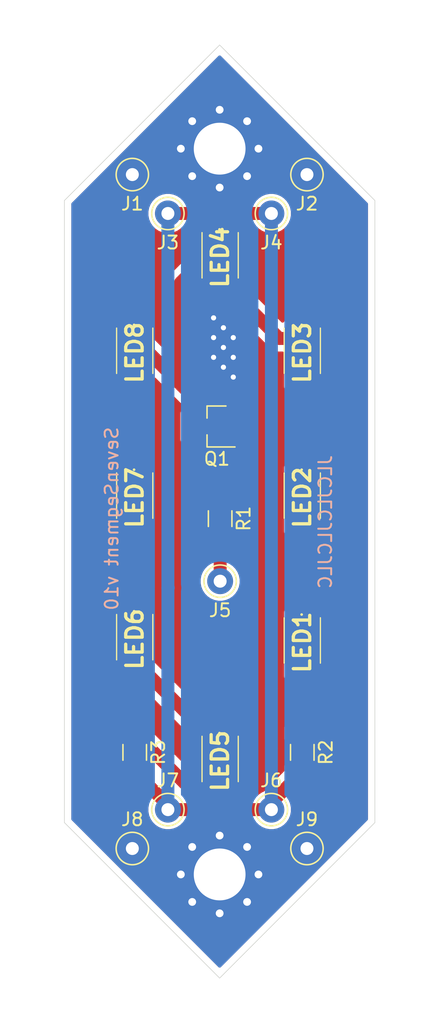
<source format=kicad_pcb>
(kicad_pcb (version 20171130) (host pcbnew "(5.1.6)-1")

  (general
    (thickness 1.6)
    (drawings 8)
    (tracks 43)
    (zones 0)
    (modules 23)
    (nets 14)
  )

  (page A4)
  (layers
    (0 F.Cu signal)
    (31 B.Cu signal)
    (32 B.Adhes user)
    (33 F.Adhes user)
    (34 B.Paste user)
    (35 F.Paste user)
    (36 B.SilkS user)
    (37 F.SilkS user)
    (38 B.Mask user)
    (39 F.Mask user)
    (40 Dwgs.User user)
    (41 Cmts.User user)
    (42 Eco1.User user)
    (43 Eco2.User user)
    (44 Edge.Cuts user)
    (45 Margin user)
    (46 B.CrtYd user)
    (47 F.CrtYd user)
    (48 B.Fab user hide)
    (49 F.Fab user hide)
  )

  (setup
    (last_trace_width 1)
    (user_trace_width 0.5)
    (user_trace_width 1)
    (trace_clearance 0.2)
    (zone_clearance 0.508)
    (zone_45_only no)
    (trace_min 0.2)
    (via_size 0.8)
    (via_drill 0.4)
    (via_min_size 0.4)
    (via_min_drill 0.3)
    (user_via 2 1.5)
    (uvia_size 0.3)
    (uvia_drill 0.1)
    (uvias_allowed no)
    (uvia_min_size 0.2)
    (uvia_min_drill 0.1)
    (edge_width 0.05)
    (segment_width 0.2)
    (pcb_text_width 0.3)
    (pcb_text_size 1.5 1.5)
    (mod_edge_width 0.12)
    (mod_text_size 1 1)
    (mod_text_width 0.15)
    (pad_size 8 8)
    (pad_drill 4)
    (pad_to_mask_clearance 0.05)
    (aux_axis_origin 0 0)
    (visible_elements 7FF9FFFF)
    (pcbplotparams
      (layerselection 0x010f0_ffffffff)
      (usegerberextensions true)
      (usegerberattributes true)
      (usegerberadvancedattributes true)
      (creategerberjobfile true)
      (excludeedgelayer true)
      (linewidth 0.100000)
      (plotframeref false)
      (viasonmask false)
      (mode 1)
      (useauxorigin false)
      (hpglpennumber 1)
      (hpglpenspeed 20)
      (hpglpendiameter 15.000000)
      (psnegative false)
      (psa4output false)
      (plotreference false)
      (plotvalue false)
      (plotinvisibletext false)
      (padsonsilk false)
      (subtractmaskfromsilk false)
      (outputformat 1)
      (mirror false)
      (drillshape 0)
      (scaleselection 1)
      (outputdirectory "gerber/"))
  )

  (net 0 "")
  (net 1 /GND)
  (net 2 /PWR)
  (net 3 /CTRL)
  (net 4 /LOAD)
  (net 5 "Net-(Q1-Pad1)")
  (net 6 "Net-(LED1-Pad2)")
  (net 7 "Net-(LED1-Pad1)")
  (net 8 "Net-(LED2-Pad1)")
  (net 9 "Net-(LED5-Pad1)")
  (net 10 "Net-(LED3-Pad1)")
  (net 11 "Net-(LED5-Pad2)")
  (net 12 "Net-(LED6-Pad1)")
  (net 13 "Net-(LED7-Pad1)")

  (net_class Default "This is the default net class."
    (clearance 0.2)
    (trace_width 0.25)
    (via_dia 0.8)
    (via_drill 0.4)
    (uvia_dia 0.3)
    (uvia_drill 0.1)
    (add_net /CTRL)
    (add_net /GND)
    (add_net /LOAD)
    (add_net /PWR)
    (add_net "Net-(LED1-Pad1)")
    (add_net "Net-(LED1-Pad2)")
    (add_net "Net-(LED2-Pad1)")
    (add_net "Net-(LED3-Pad1)")
    (add_net "Net-(LED5-Pad1)")
    (add_net "Net-(LED5-Pad2)")
    (add_net "Net-(LED6-Pad1)")
    (add_net "Net-(LED7-Pad1)")
    (add_net "Net-(Q1-Pad1)")
  )

  (module SevenSegment:JK2835AWT000000000B0HL430E (layer F.Cu) (tedit 5F6F5C15) (tstamp 5F73F442)
    (at 43.434 64.77 270)
    (descr "J Series™ 2835 LED")
    (tags LED)
    (path /5F73FF6E)
    (attr smd)
    (fp_text reference LED7 (at 0.15 0 90) (layer F.SilkS)
      (effects (font (size 1.27 1.27) (thickness 0.254)))
    )
    (fp_text value JE2835AWT-00-0000-000A0HG940E (at 0.15 0 90) (layer F.SilkS) hide
      (effects (font (size 1.27 1.27) (thickness 0.254)))
    )
    (fp_line (start -2 0.1) (end -2 0.1) (layer F.SilkS) (width 0.1))
    (fp_line (start -2 0) (end -2 0) (layer F.SilkS) (width 0.1))
    (fp_line (start -1.75 1.4) (end 1.75 1.4) (layer F.SilkS) (width 0.1))
    (fp_line (start -1.75 -1.4) (end 1.75 -1.4) (layer F.SilkS) (width 0.1))
    (fp_line (start -2.25 1.9) (end -2.25 -1.9) (layer F.CrtYd) (width 0.1))
    (fp_line (start 2.55 1.9) (end -2.25 1.9) (layer F.CrtYd) (width 0.1))
    (fp_line (start 2.55 -1.9) (end 2.55 1.9) (layer F.CrtYd) (width 0.1))
    (fp_line (start -2.25 -1.9) (end 2.55 -1.9) (layer F.CrtYd) (width 0.1))
    (fp_line (start -1.75 1.4) (end -1.75 -1.4) (layer F.Fab) (width 0.2))
    (fp_line (start 1.75 1.4) (end -1.75 1.4) (layer F.Fab) (width 0.2))
    (fp_line (start 1.75 -1.4) (end 1.75 1.4) (layer F.Fab) (width 0.2))
    (fp_line (start -1.75 -1.4) (end 1.75 -1.4) (layer F.Fab) (width 0.2))
    (fp_arc (start -2 0.05) (end -2 0.1) (angle 180) (layer F.SilkS) (width 0.1))
    (fp_arc (start -2 0.05) (end -2 0) (angle 180) (layer F.SilkS) (width 0.1))
    (fp_text user %R (at 0.15 0 90) (layer F.Fab)
      (effects (font (size 1.27 1.27) (thickness 0.254)))
    )
    (pad 2 smd rect (at 1.85 0 270) (size 1.8 1.8) (layers F.Cu F.Paste F.Mask)
      (net 12 "Net-(LED6-Pad1)"))
    (pad 1 smd rect (at -0.95 0) (size 1.8 2.4) (layers F.Cu F.Paste F.Mask)
      (net 13 "Net-(LED7-Pad1)"))
  )

  (module SevenSegment:SOT-23_HandSoldering (layer F.Cu) (tedit 5F3F1CEC) (tstamp 5F73FA9E)
    (at 49.784 59.436 180)
    (descr "SOT-23, Standard")
    (tags SOT-23)
    (path /5F6FAF34)
    (attr smd)
    (fp_text reference Q1 (at 0 -2.5) (layer F.SilkS)
      (effects (font (size 1 1) (thickness 0.15)))
    )
    (fp_text value PMBT2222A,215 (at 0 2.5) (layer F.Fab)
      (effects (font (size 1 1) (thickness 0.15)))
    )
    (fp_line (start 0.76 1.58) (end -0.7 1.58) (layer F.SilkS) (width 0.12))
    (fp_line (start 0.76 -1.58) (end -1.4 -1.58) (layer F.SilkS) (width 0.12))
    (fp_line (start -1.7 1.75) (end -1.7 -1.75) (layer F.CrtYd) (width 0.05))
    (fp_line (start 1.7 1.75) (end -1.7 1.75) (layer F.CrtYd) (width 0.05))
    (fp_line (start 1.7 -1.75) (end 1.7 1.75) (layer F.CrtYd) (width 0.05))
    (fp_line (start -1.7 -1.75) (end 1.7 -1.75) (layer F.CrtYd) (width 0.05))
    (fp_line (start 0.76 -1.58) (end 0.76 -0.65) (layer F.SilkS) (width 0.12))
    (fp_line (start 0.76 1.58) (end 0.76 0.65) (layer F.SilkS) (width 0.12))
    (fp_line (start -0.7 1.52) (end 0.7 1.52) (layer F.Fab) (width 0.1))
    (fp_line (start 0.7 -1.52) (end 0.7 1.52) (layer F.Fab) (width 0.1))
    (fp_line (start -0.7 -0.95) (end -0.15 -1.52) (layer F.Fab) (width 0.1))
    (fp_line (start -0.15 -1.52) (end 0.7 -1.52) (layer F.Fab) (width 0.1))
    (fp_line (start -0.7 -0.95) (end -0.7 1.5) (layer F.Fab) (width 0.1))
    (fp_text user %R (at 0 0 90) (layer F.Fab)
      (effects (font (size 0.5 0.5) (thickness 0.075)))
    )
    (pad 1 smd rect (at -1.45 -1.2 180) (size 2 2) (layers F.Cu F.Paste F.Mask)
      (net 5 "Net-(Q1-Pad1)"))
    (pad 2 smd rect (at -1.45 1.35 180) (size 2 2) (layers F.Cu F.Paste F.Mask)
      (net 1 /GND))
    (pad 3 smd rect (at 1.3 0 180) (size 2 2) (layers F.Cu F.Paste F.Mask)
      (net 4 /LOAD))
    (model ${KISYS3DMOD}/Package_TO_SOT_SMD.3dshapes/SOT-23.wrl
      (at (xyz 0 0 0))
      (scale (xyz 1 1 1))
      (rotate (xyz 0 0 0))
    )
  )

  (module SevenSegment:JK2835AWT000000000B0HL430E (layer F.Cu) (tedit 5F6F5C15) (tstamp 5F73FA11)
    (at 56.388 53.594 270)
    (descr "J Series™ 2835 LED")
    (tags LED)
    (path /5F6FC82A)
    (attr smd)
    (fp_text reference LED3 (at 0.15 0 90) (layer F.SilkS)
      (effects (font (size 1.27 1.27) (thickness 0.254)))
    )
    (fp_text value JE2835AWT-00-0000-000A0HG940E (at 0.15 0 90) (layer F.SilkS) hide
      (effects (font (size 1.27 1.27) (thickness 0.254)))
    )
    (fp_line (start -2 0.1) (end -2 0.1) (layer F.SilkS) (width 0.1))
    (fp_line (start -2 0) (end -2 0) (layer F.SilkS) (width 0.1))
    (fp_line (start -1.75 1.4) (end 1.75 1.4) (layer F.SilkS) (width 0.1))
    (fp_line (start -1.75 -1.4) (end 1.75 -1.4) (layer F.SilkS) (width 0.1))
    (fp_line (start -2.25 1.9) (end -2.25 -1.9) (layer F.CrtYd) (width 0.1))
    (fp_line (start 2.55 1.9) (end -2.25 1.9) (layer F.CrtYd) (width 0.1))
    (fp_line (start 2.55 -1.9) (end 2.55 1.9) (layer F.CrtYd) (width 0.1))
    (fp_line (start -2.25 -1.9) (end 2.55 -1.9) (layer F.CrtYd) (width 0.1))
    (fp_line (start -1.75 1.4) (end -1.75 -1.4) (layer F.Fab) (width 0.2))
    (fp_line (start 1.75 1.4) (end -1.75 1.4) (layer F.Fab) (width 0.2))
    (fp_line (start 1.75 -1.4) (end 1.75 1.4) (layer F.Fab) (width 0.2))
    (fp_line (start -1.75 -1.4) (end 1.75 -1.4) (layer F.Fab) (width 0.2))
    (fp_arc (start -2 0.05) (end -2 0.1) (angle 180) (layer F.SilkS) (width 0.1))
    (fp_arc (start -2 0.05) (end -2 0) (angle 180) (layer F.SilkS) (width 0.1))
    (fp_text user %R (at 0.15 0 90) (layer F.Fab)
      (effects (font (size 1.27 1.27) (thickness 0.254)))
    )
    (pad 2 smd rect (at 1.85 0 270) (size 1.8 1.8) (layers F.Cu F.Paste F.Mask)
      (net 8 "Net-(LED2-Pad1)"))
    (pad 1 smd rect (at -0.95 0) (size 1.8 2.4) (layers F.Cu F.Paste F.Mask)
      (net 10 "Net-(LED3-Pad1)"))
  )

  (module SevenSegment:JK2835AWT000000000B0HL430E (layer F.Cu) (tedit 5F6F5C15) (tstamp 5F73F9FC)
    (at 56.388 64.77 270)
    (descr "J Series™ 2835 LED")
    (tags LED)
    (path /5F6FBF6D)
    (attr smd)
    (fp_text reference LED2 (at 0.15 0 90) (layer F.SilkS)
      (effects (font (size 1.27 1.27) (thickness 0.254)))
    )
    (fp_text value JE2835AWT-00-0000-000A0HG940E (at 0.15 0 90) (layer F.SilkS) hide
      (effects (font (size 1.27 1.27) (thickness 0.254)))
    )
    (fp_line (start -2 0.1) (end -2 0.1) (layer F.SilkS) (width 0.1))
    (fp_line (start -2 0) (end -2 0) (layer F.SilkS) (width 0.1))
    (fp_line (start -1.75 1.4) (end 1.75 1.4) (layer F.SilkS) (width 0.1))
    (fp_line (start -1.75 -1.4) (end 1.75 -1.4) (layer F.SilkS) (width 0.1))
    (fp_line (start -2.25 1.9) (end -2.25 -1.9) (layer F.CrtYd) (width 0.1))
    (fp_line (start 2.55 1.9) (end -2.25 1.9) (layer F.CrtYd) (width 0.1))
    (fp_line (start 2.55 -1.9) (end 2.55 1.9) (layer F.CrtYd) (width 0.1))
    (fp_line (start -2.25 -1.9) (end 2.55 -1.9) (layer F.CrtYd) (width 0.1))
    (fp_line (start -1.75 1.4) (end -1.75 -1.4) (layer F.Fab) (width 0.2))
    (fp_line (start 1.75 1.4) (end -1.75 1.4) (layer F.Fab) (width 0.2))
    (fp_line (start 1.75 -1.4) (end 1.75 1.4) (layer F.Fab) (width 0.2))
    (fp_line (start -1.75 -1.4) (end 1.75 -1.4) (layer F.Fab) (width 0.2))
    (fp_arc (start -2 0.05) (end -2 0.1) (angle 180) (layer F.SilkS) (width 0.1))
    (fp_arc (start -2 0.05) (end -2 0) (angle 180) (layer F.SilkS) (width 0.1))
    (fp_text user %R (at 0.15 0 90) (layer F.Fab)
      (effects (font (size 1.27 1.27) (thickness 0.254)))
    )
    (pad 2 smd rect (at 1.85 0 270) (size 1.8 1.8) (layers F.Cu F.Paste F.Mask)
      (net 7 "Net-(LED1-Pad1)"))
    (pad 1 smd rect (at -0.95 0) (size 1.8 2.4) (layers F.Cu F.Paste F.Mask)
      (net 8 "Net-(LED2-Pad1)"))
  )

  (module SevenSegment:JK2835AWT000000000B0HL430E (layer F.Cu) (tedit 5F6F5C15) (tstamp 5F73F9E7)
    (at 56.388 75.946 270)
    (descr "J Series™ 2835 LED")
    (tags LED)
    (path /5F6FABE4)
    (attr smd)
    (fp_text reference LED1 (at 0.15 0 90) (layer F.SilkS)
      (effects (font (size 1.27 1.27) (thickness 0.254)))
    )
    (fp_text value JE2835AWT-00-0000-000A0HG940E (at 0.15 0 90) (layer F.SilkS) hide
      (effects (font (size 1.27 1.27) (thickness 0.254)))
    )
    (fp_line (start -2 0.1) (end -2 0.1) (layer F.SilkS) (width 0.1))
    (fp_line (start -2 0) (end -2 0) (layer F.SilkS) (width 0.1))
    (fp_line (start -1.75 1.4) (end 1.75 1.4) (layer F.SilkS) (width 0.1))
    (fp_line (start -1.75 -1.4) (end 1.75 -1.4) (layer F.SilkS) (width 0.1))
    (fp_line (start -2.25 1.9) (end -2.25 -1.9) (layer F.CrtYd) (width 0.1))
    (fp_line (start 2.55 1.9) (end -2.25 1.9) (layer F.CrtYd) (width 0.1))
    (fp_line (start 2.55 -1.9) (end 2.55 1.9) (layer F.CrtYd) (width 0.1))
    (fp_line (start -2.25 -1.9) (end 2.55 -1.9) (layer F.CrtYd) (width 0.1))
    (fp_line (start -1.75 1.4) (end -1.75 -1.4) (layer F.Fab) (width 0.2))
    (fp_line (start 1.75 1.4) (end -1.75 1.4) (layer F.Fab) (width 0.2))
    (fp_line (start 1.75 -1.4) (end 1.75 1.4) (layer F.Fab) (width 0.2))
    (fp_line (start -1.75 -1.4) (end 1.75 -1.4) (layer F.Fab) (width 0.2))
    (fp_arc (start -2 0.05) (end -2 0.1) (angle 180) (layer F.SilkS) (width 0.1))
    (fp_arc (start -2 0.05) (end -2 0) (angle 180) (layer F.SilkS) (width 0.1))
    (fp_text user %R (at 0.15 0 90) (layer F.Fab)
      (effects (font (size 1.27 1.27) (thickness 0.254)))
    )
    (pad 2 smd rect (at 1.85 0 270) (size 1.8 1.8) (layers F.Cu F.Paste F.Mask)
      (net 6 "Net-(LED1-Pad2)"))
    (pad 1 smd rect (at -0.95 0) (size 1.8 2.4) (layers F.Cu F.Paste F.Mask)
      (net 7 "Net-(LED1-Pad1)"))
  )

  (module Connector_Pin:Pin_D1.0mm_L10.0mm (layer F.Cu) (tedit 5A1DC084) (tstamp 5F73F98A)
    (at 50.038 71.374)
    (descr "solder Pin_ diameter 1.0mm, hole diameter 1.0mm (press fit), length 10.0mm")
    (tags "solder Pin_ press fit")
    (path /5F46B932)
    (fp_text reference J5 (at 0 2.25) (layer F.SilkS)
      (effects (font (size 1 1) (thickness 0.15)))
    )
    (fp_text value Conn_01x01 (at 0 -2.05) (layer F.Fab)
      (effects (font (size 1 1) (thickness 0.15)))
    )
    (fp_circle (center 0 0) (end 1.25 0.05) (layer F.SilkS) (width 0.12))
    (fp_circle (center 0 0) (end 1 0) (layer F.Fab) (width 0.12))
    (fp_circle (center 0 0) (end 0.5 0) (layer F.Fab) (width 0.12))
    (fp_circle (center 0 0) (end 1.5 0) (layer F.CrtYd) (width 0.05))
    (fp_text user %R (at 0 2.25) (layer F.Fab)
      (effects (font (size 1 1) (thickness 0.15)))
    )
    (pad 1 thru_hole circle (at 0 0) (size 2 2) (drill 1) (layers *.Cu *.Mask)
      (net 3 /CTRL))
    (model ${KISYS3DMOD}/Connector_Pin.3dshapes/Pin_D1.0mm_L10.0mm.wrl
      (at (xyz 0 0 0))
      (scale (xyz 1 1 1))
      (rotate (xyz 0 0 0))
    )
  )

  (module SevenSegment:JK2835AWT000000000B0HL430E (layer F.Cu) (tedit 5F6F5C15) (tstamp 5F73F42D)
    (at 43.434 75.692 270)
    (descr "J Series™ 2835 LED")
    (tags LED)
    (path /5F73FB19)
    (attr smd)
    (fp_text reference LED6 (at 0.15 0 90) (layer F.SilkS)
      (effects (font (size 1.27 1.27) (thickness 0.254)))
    )
    (fp_text value JE2835AWT-00-0000-000A0HG940E (at 0.15 0 90) (layer F.SilkS) hide
      (effects (font (size 1.27 1.27) (thickness 0.254)))
    )
    (fp_line (start -2 0.1) (end -2 0.1) (layer F.SilkS) (width 0.1))
    (fp_line (start -2 0) (end -2 0) (layer F.SilkS) (width 0.1))
    (fp_line (start -1.75 1.4) (end 1.75 1.4) (layer F.SilkS) (width 0.1))
    (fp_line (start -1.75 -1.4) (end 1.75 -1.4) (layer F.SilkS) (width 0.1))
    (fp_line (start -2.25 1.9) (end -2.25 -1.9) (layer F.CrtYd) (width 0.1))
    (fp_line (start 2.55 1.9) (end -2.25 1.9) (layer F.CrtYd) (width 0.1))
    (fp_line (start 2.55 -1.9) (end 2.55 1.9) (layer F.CrtYd) (width 0.1))
    (fp_line (start -2.25 -1.9) (end 2.55 -1.9) (layer F.CrtYd) (width 0.1))
    (fp_line (start -1.75 1.4) (end -1.75 -1.4) (layer F.Fab) (width 0.2))
    (fp_line (start 1.75 1.4) (end -1.75 1.4) (layer F.Fab) (width 0.2))
    (fp_line (start 1.75 -1.4) (end 1.75 1.4) (layer F.Fab) (width 0.2))
    (fp_line (start -1.75 -1.4) (end 1.75 -1.4) (layer F.Fab) (width 0.2))
    (fp_arc (start -2 0.05) (end -2 0.1) (angle 180) (layer F.SilkS) (width 0.1))
    (fp_arc (start -2 0.05) (end -2 0) (angle 180) (layer F.SilkS) (width 0.1))
    (fp_text user %R (at 0.15 0 90) (layer F.Fab)
      (effects (font (size 1.27 1.27) (thickness 0.254)))
    )
    (pad 2 smd rect (at 1.85 0 270) (size 1.8 1.8) (layers F.Cu F.Paste F.Mask)
      (net 9 "Net-(LED5-Pad1)"))
    (pad 1 smd rect (at -0.95 0) (size 1.8 2.4) (layers F.Cu F.Paste F.Mask)
      (net 12 "Net-(LED6-Pad1)"))
  )

  (module SevenSegment:JK2835AWT000000000B0HL430E (layer F.Cu) (tedit 5F6F5C15) (tstamp 5F73F418)
    (at 50.038 85.09 270)
    (descr "J Series™ 2835 LED")
    (tags LED)
    (path /5F73F530)
    (attr smd)
    (fp_text reference LED5 (at 0.15 0 90) (layer F.SilkS)
      (effects (font (size 1.27 1.27) (thickness 0.254)))
    )
    (fp_text value JE2835AWT-00-0000-000A0HG940E (at 0.15 0 90) (layer F.SilkS) hide
      (effects (font (size 1.27 1.27) (thickness 0.254)))
    )
    (fp_line (start -2 0.1) (end -2 0.1) (layer F.SilkS) (width 0.1))
    (fp_line (start -2 0) (end -2 0) (layer F.SilkS) (width 0.1))
    (fp_line (start -1.75 1.4) (end 1.75 1.4) (layer F.SilkS) (width 0.1))
    (fp_line (start -1.75 -1.4) (end 1.75 -1.4) (layer F.SilkS) (width 0.1))
    (fp_line (start -2.25 1.9) (end -2.25 -1.9) (layer F.CrtYd) (width 0.1))
    (fp_line (start 2.55 1.9) (end -2.25 1.9) (layer F.CrtYd) (width 0.1))
    (fp_line (start 2.55 -1.9) (end 2.55 1.9) (layer F.CrtYd) (width 0.1))
    (fp_line (start -2.25 -1.9) (end 2.55 -1.9) (layer F.CrtYd) (width 0.1))
    (fp_line (start -1.75 1.4) (end -1.75 -1.4) (layer F.Fab) (width 0.2))
    (fp_line (start 1.75 1.4) (end -1.75 1.4) (layer F.Fab) (width 0.2))
    (fp_line (start 1.75 -1.4) (end 1.75 1.4) (layer F.Fab) (width 0.2))
    (fp_line (start -1.75 -1.4) (end 1.75 -1.4) (layer F.Fab) (width 0.2))
    (fp_arc (start -2 0.05) (end -2 0.1) (angle 180) (layer F.SilkS) (width 0.1))
    (fp_arc (start -2 0.05) (end -2 0) (angle 180) (layer F.SilkS) (width 0.1))
    (fp_text user %R (at 0.15 0 90) (layer F.Fab)
      (effects (font (size 1.27 1.27) (thickness 0.254)))
    )
    (pad 2 smd rect (at 1.85 0 270) (size 1.8 1.8) (layers F.Cu F.Paste F.Mask)
      (net 11 "Net-(LED5-Pad2)"))
    (pad 1 smd rect (at -0.95 0) (size 1.8 2.4) (layers F.Cu F.Paste F.Mask)
      (net 9 "Net-(LED5-Pad1)"))
  )

  (module MountingHole:MountingHole_4mm_Pad_Via (layer F.Cu) (tedit 56DDC1BA) (tstamp 5F150265)
    (at 50 38)
    (descr "Mounting Hole 4mm")
    (tags "mounting hole 4mm")
    (path /5F167AB1)
    (attr virtual)
    (fp_text reference H1 (at 0 -5) (layer F.Fab)
      (effects (font (size 1 1) (thickness 0.15)))
    )
    (fp_text value MountingHole_Pad (at 0 5) (layer F.Fab)
      (effects (font (size 1 1) (thickness 0.15)))
    )
    (fp_circle (center 0 0) (end 4 0) (layer Cmts.User) (width 0.15))
    (fp_circle (center 0 0) (end 4.25 0) (layer F.CrtYd) (width 0.05))
    (fp_text user %R (at 0.3 0) (layer F.Fab)
      (effects (font (size 1 1) (thickness 0.15)))
    )
    (pad 1 thru_hole circle (at 0 0) (size 8 8) (drill 4) (layers *.Cu *.Mask)
      (net 1 /GND))
    (pad 1 thru_hole circle (at 3 0) (size 0.9 0.9) (drill 0.6) (layers *.Cu *.Mask)
      (net 1 /GND))
    (pad 1 thru_hole circle (at 2.12132 2.12132) (size 0.9 0.9) (drill 0.6) (layers *.Cu *.Mask)
      (net 1 /GND))
    (pad 1 thru_hole circle (at 0 3) (size 0.9 0.9) (drill 0.6) (layers *.Cu *.Mask)
      (net 1 /GND))
    (pad 1 thru_hole circle (at -2.12132 2.12132) (size 0.9 0.9) (drill 0.6) (layers *.Cu *.Mask)
      (net 1 /GND))
    (pad 1 thru_hole circle (at -3 0) (size 0.9 0.9) (drill 0.6) (layers *.Cu *.Mask)
      (net 1 /GND))
    (pad 1 thru_hole circle (at -2.12132 -2.12132) (size 0.9 0.9) (drill 0.6) (layers *.Cu *.Mask)
      (net 1 /GND))
    (pad 1 thru_hole circle (at 0 -3) (size 0.9 0.9) (drill 0.6) (layers *.Cu *.Mask)
      (net 1 /GND))
    (pad 1 thru_hole circle (at 2.12132 -2.12132) (size 0.9 0.9) (drill 0.6) (layers *.Cu *.Mask)
      (net 1 /GND))
  )

  (module MountingHole:MountingHole_4mm_Pad_Via (layer F.Cu) (tedit 5F150FD1) (tstamp 5F150275)
    (at 50 94)
    (descr "Mounting Hole 4mm")
    (tags "mounting hole 4mm")
    (path /5F166EA2)
    (attr virtual)
    (fp_text reference H2 (at 0 -5) (layer F.Fab) hide
      (effects (font (size 1 1) (thickness 0.15)))
    )
    (fp_text value MountingHole_Pad (at 0 5) (layer F.Fab)
      (effects (font (size 1 1) (thickness 0.15)))
    )
    (fp_circle (center 0 0) (end 4.25 0) (layer F.CrtYd) (width 0.05))
    (fp_circle (center 0 0) (end 4 0) (layer Cmts.User) (width 0.15))
    (fp_text user %R (at 0.3 0) (layer F.Fab)
      (effects (font (size 1 1) (thickness 0.15)))
    )
    (pad 1 thru_hole circle (at 2.12132 -2.12132) (size 0.9 0.9) (drill 0.6) (layers *.Cu *.Mask)
      (net 1 /GND))
    (pad 1 thru_hole circle (at 0 -3) (size 0.9 0.9) (drill 0.6) (layers *.Cu *.Mask)
      (net 1 /GND))
    (pad 1 thru_hole circle (at -2.12132 -2.12132) (size 0.9 0.9) (drill 0.6) (layers *.Cu *.Mask)
      (net 1 /GND))
    (pad 1 thru_hole circle (at -3 0) (size 0.9 0.9) (drill 0.6) (layers *.Cu *.Mask)
      (net 1 /GND))
    (pad 1 thru_hole circle (at -2.12132 2.12132) (size 0.9 0.9) (drill 0.6) (layers *.Cu *.Mask)
      (net 1 /GND))
    (pad 1 thru_hole circle (at 0 3) (size 0.9 0.9) (drill 0.6) (layers *.Cu *.Mask)
      (net 1 /GND))
    (pad 1 thru_hole circle (at 2.12132 2.12132) (size 0.9 0.9) (drill 0.6) (layers *.Cu *.Mask)
      (net 1 /GND))
    (pad 1 thru_hole circle (at 3 0) (size 0.9 0.9) (drill 0.6) (layers *.Cu *.Mask)
      (net 1 /GND))
    (pad 1 thru_hole circle (at 0 0) (size 8 8) (drill 4) (layers *.Cu *.Mask)
      (net 1 /GND))
  )

  (module Connector_Pin:Pin_D1.0mm_L10.0mm (layer F.Cu) (tedit 5A1DC084) (tstamp 5F45D2FD)
    (at 43.25 40)
    (descr "solder Pin_ diameter 1.0mm, hole diameter 1.0mm (press fit), length 10.0mm")
    (tags "solder Pin_ press fit")
    (path /5F457886)
    (fp_text reference J1 (at 0 2.25) (layer F.SilkS)
      (effects (font (size 1 1) (thickness 0.15)))
    )
    (fp_text value Conn_01x01 (at 0 -2.05) (layer F.Fab)
      (effects (font (size 1 1) (thickness 0.15)))
    )
    (fp_circle (center 0 0) (end 1.25 0.05) (layer F.SilkS) (width 0.12))
    (fp_circle (center 0 0) (end 1 0) (layer F.Fab) (width 0.12))
    (fp_circle (center 0 0) (end 0.5 0) (layer F.Fab) (width 0.12))
    (fp_circle (center 0 0) (end 1.5 0) (layer F.CrtYd) (width 0.05))
    (fp_text user %R (at 0 2.25) (layer F.Fab)
      (effects (font (size 1 1) (thickness 0.15)))
    )
    (pad 1 thru_hole circle (at 0 0) (size 2 2) (drill 1) (layers *.Cu *.Mask)
      (net 1 /GND))
    (model ${KISYS3DMOD}/Connector_Pin.3dshapes/Pin_D1.0mm_L10.0mm.wrl
      (at (xyz 0 0 0))
      (scale (xyz 1 1 1))
      (rotate (xyz 0 0 0))
    )
  )

  (module Connector_Pin:Pin_D1.0mm_L10.0mm (layer F.Cu) (tedit 5A1DC084) (tstamp 5F45D5A4)
    (at 56.75 40)
    (descr "solder Pin_ diameter 1.0mm, hole diameter 1.0mm (press fit), length 10.0mm")
    (tags "solder Pin_ press fit")
    (path /5F45A2FA)
    (fp_text reference J2 (at 0 2.25) (layer F.SilkS)
      (effects (font (size 1 1) (thickness 0.15)))
    )
    (fp_text value Conn_01x01 (at 0 -2.05) (layer F.Fab)
      (effects (font (size 1 1) (thickness 0.15)))
    )
    (fp_circle (center 0 0) (end 1.5 0) (layer F.CrtYd) (width 0.05))
    (fp_circle (center 0 0) (end 0.5 0) (layer F.Fab) (width 0.12))
    (fp_circle (center 0 0) (end 1 0) (layer F.Fab) (width 0.12))
    (fp_circle (center 0 0) (end 1.25 0.05) (layer F.SilkS) (width 0.12))
    (fp_text user %R (at 0 2.25) (layer F.Fab)
      (effects (font (size 1 1) (thickness 0.15)))
    )
    (pad 1 thru_hole circle (at 0 0) (size 2 2) (drill 1) (layers *.Cu *.Mask)
      (net 1 /GND))
    (model ${KISYS3DMOD}/Connector_Pin.3dshapes/Pin_D1.0mm_L10.0mm.wrl
      (at (xyz 0 0 0))
      (scale (xyz 1 1 1))
      (rotate (xyz 0 0 0))
    )
  )

  (module Connector_Pin:Pin_D1.0mm_L10.0mm (layer F.Cu) (tedit 5A1DC084) (tstamp 5F45D30F)
    (at 46 43)
    (descr "solder Pin_ diameter 1.0mm, hole diameter 1.0mm (press fit), length 10.0mm")
    (tags "solder Pin_ press fit")
    (path /5F458C14)
    (fp_text reference J3 (at 0 2.25) (layer F.SilkS)
      (effects (font (size 1 1) (thickness 0.15)))
    )
    (fp_text value Conn_01x01 (at 0 -2.05) (layer F.Fab)
      (effects (font (size 1 1) (thickness 0.15)))
    )
    (fp_circle (center 0 0) (end 1.5 0) (layer F.CrtYd) (width 0.05))
    (fp_circle (center 0 0) (end 0.5 0) (layer F.Fab) (width 0.12))
    (fp_circle (center 0 0) (end 1 0) (layer F.Fab) (width 0.12))
    (fp_circle (center 0 0) (end 1.25 0.05) (layer F.SilkS) (width 0.12))
    (fp_text user %R (at 0 2.25) (layer F.Fab)
      (effects (font (size 1 1) (thickness 0.15)))
    )
    (pad 1 thru_hole circle (at 0 0) (size 2 2) (drill 1) (layers *.Cu *.Mask)
      (net 2 /PWR))
    (model ${KISYS3DMOD}/Connector_Pin.3dshapes/Pin_D1.0mm_L10.0mm.wrl
      (at (xyz 0 0 0))
      (scale (xyz 1 1 1))
      (rotate (xyz 0 0 0))
    )
  )

  (module Connector_Pin:Pin_D1.0mm_L10.0mm (layer F.Cu) (tedit 5A1DC084) (tstamp 5F45D318)
    (at 54 43)
    (descr "solder Pin_ diameter 1.0mm, hole diameter 1.0mm (press fit), length 10.0mm")
    (tags "solder Pin_ press fit")
    (path /5F45A065)
    (fp_text reference J4 (at 0 2.25) (layer F.SilkS)
      (effects (font (size 1 1) (thickness 0.15)))
    )
    (fp_text value Conn_01x01 (at 0 -2.05) (layer F.Fab)
      (effects (font (size 1 1) (thickness 0.15)))
    )
    (fp_circle (center 0 0) (end 1.25 0.05) (layer F.SilkS) (width 0.12))
    (fp_circle (center 0 0) (end 1 0) (layer F.Fab) (width 0.12))
    (fp_circle (center 0 0) (end 0.5 0) (layer F.Fab) (width 0.12))
    (fp_circle (center 0 0) (end 1.5 0) (layer F.CrtYd) (width 0.05))
    (fp_text user %R (at 0 2.25) (layer F.Fab)
      (effects (font (size 1 1) (thickness 0.15)))
    )
    (pad 1 thru_hole circle (at 0 0) (size 2 2) (drill 1) (layers *.Cu *.Mask)
      (net 2 /PWR))
    (model ${KISYS3DMOD}/Connector_Pin.3dshapes/Pin_D1.0mm_L10.0mm.wrl
      (at (xyz 0 0 0))
      (scale (xyz 1 1 1))
      (rotate (xyz 0 0 0))
    )
  )

  (module Connector_Pin:Pin_D1.0mm_L10.0mm (layer F.Cu) (tedit 5A1DC084) (tstamp 5F45D32A)
    (at 54 89 180)
    (descr "solder Pin_ diameter 1.0mm, hole diameter 1.0mm (press fit), length 10.0mm")
    (tags "solder Pin_ press fit")
    (path /5F45DAF8)
    (fp_text reference J6 (at 0 2.25) (layer F.SilkS)
      (effects (font (size 1 1) (thickness 0.15)))
    )
    (fp_text value Conn_01x01 (at 0 -2.05) (layer F.Fab)
      (effects (font (size 1 1) (thickness 0.15)))
    )
    (fp_circle (center 0 0) (end 1.25 0.05) (layer F.SilkS) (width 0.12))
    (fp_circle (center 0 0) (end 1 0) (layer F.Fab) (width 0.12))
    (fp_circle (center 0 0) (end 0.5 0) (layer F.Fab) (width 0.12))
    (fp_circle (center 0 0) (end 1.5 0) (layer F.CrtYd) (width 0.05))
    (fp_text user %R (at 0 2.25) (layer F.Fab)
      (effects (font (size 1 1) (thickness 0.15)))
    )
    (pad 1 thru_hole circle (at 0 0 180) (size 2 2) (drill 1) (layers *.Cu *.Mask)
      (net 2 /PWR))
    (model ${KISYS3DMOD}/Connector_Pin.3dshapes/Pin_D1.0mm_L10.0mm.wrl
      (at (xyz 0 0 0))
      (scale (xyz 1 1 1))
      (rotate (xyz 0 0 0))
    )
  )

  (module Connector_Pin:Pin_D1.0mm_L10.0mm (layer F.Cu) (tedit 5A1DC084) (tstamp 5F45D333)
    (at 46 89 180)
    (descr "solder Pin_ diameter 1.0mm, hole diameter 1.0mm (press fit), length 10.0mm")
    (tags "solder Pin_ press fit")
    (path /5F45DCD2)
    (fp_text reference J7 (at 0 2.25) (layer F.SilkS)
      (effects (font (size 1 1) (thickness 0.15)))
    )
    (fp_text value Conn_01x01 (at 0 -2.05) (layer F.Fab)
      (effects (font (size 1 1) (thickness 0.15)))
    )
    (fp_circle (center 0 0) (end 1.5 0) (layer F.CrtYd) (width 0.05))
    (fp_circle (center 0 0) (end 0.5 0) (layer F.Fab) (width 0.12))
    (fp_circle (center 0 0) (end 1 0) (layer F.Fab) (width 0.12))
    (fp_circle (center 0 0) (end 1.25 0.05) (layer F.SilkS) (width 0.12))
    (fp_text user %R (at 0 2.25) (layer F.Fab)
      (effects (font (size 1 1) (thickness 0.15)))
    )
    (pad 1 thru_hole circle (at 0 0 180) (size 2 2) (drill 1) (layers *.Cu *.Mask)
      (net 2 /PWR))
    (model ${KISYS3DMOD}/Connector_Pin.3dshapes/Pin_D1.0mm_L10.0mm.wrl
      (at (xyz 0 0 0))
      (scale (xyz 1 1 1))
      (rotate (xyz 0 0 0))
    )
  )

  (module Connector_Pin:Pin_D1.0mm_L10.0mm (layer F.Cu) (tedit 5A1DC084) (tstamp 5F45D33C)
    (at 43.25 92 180)
    (descr "solder Pin_ diameter 1.0mm, hole diameter 1.0mm (press fit), length 10.0mm")
    (tags "solder Pin_ press fit")
    (path /5F45E0B5)
    (fp_text reference J8 (at 0 2.25) (layer F.SilkS)
      (effects (font (size 1 1) (thickness 0.15)))
    )
    (fp_text value Conn_01x01 (at 0 -2.05) (layer F.Fab)
      (effects (font (size 1 1) (thickness 0.15)))
    )
    (fp_circle (center 0 0) (end 1.5 0) (layer F.CrtYd) (width 0.05))
    (fp_circle (center 0 0) (end 0.5 0) (layer F.Fab) (width 0.12))
    (fp_circle (center 0 0) (end 1 0) (layer F.Fab) (width 0.12))
    (fp_circle (center 0 0) (end 1.25 0.05) (layer F.SilkS) (width 0.12))
    (fp_text user %R (at 0 2.25) (layer F.Fab)
      (effects (font (size 1 1) (thickness 0.15)))
    )
    (pad 1 thru_hole circle (at 0 0 180) (size 2 2) (drill 1) (layers *.Cu *.Mask)
      (net 1 /GND))
    (model ${KISYS3DMOD}/Connector_Pin.3dshapes/Pin_D1.0mm_L10.0mm.wrl
      (at (xyz 0 0 0))
      (scale (xyz 1 1 1))
      (rotate (xyz 0 0 0))
    )
  )

  (module Connector_Pin:Pin_D1.0mm_L10.0mm (layer F.Cu) (tedit 5A1DC084) (tstamp 5F45D345)
    (at 56.75 92 180)
    (descr "solder Pin_ diameter 1.0mm, hole diameter 1.0mm (press fit), length 10.0mm")
    (tags "solder Pin_ press fit")
    (path /5F45DEF4)
    (fp_text reference J9 (at 0 2.25) (layer F.SilkS)
      (effects (font (size 1 1) (thickness 0.15)))
    )
    (fp_text value Conn_01x01 (at 0 -2.05) (layer F.Fab)
      (effects (font (size 1 1) (thickness 0.15)))
    )
    (fp_circle (center 0 0) (end 1.5 0) (layer F.CrtYd) (width 0.05))
    (fp_circle (center 0 0) (end 0.5 0) (layer F.Fab) (width 0.12))
    (fp_circle (center 0 0) (end 1 0) (layer F.Fab) (width 0.12))
    (fp_circle (center 0 0) (end 1.25 0.05) (layer F.SilkS) (width 0.12))
    (fp_text user %R (at 0 2.25) (layer F.Fab)
      (effects (font (size 1 1) (thickness 0.15)))
    )
    (pad 1 thru_hole circle (at 0 0 180) (size 2 2) (drill 1) (layers *.Cu *.Mask)
      (net 1 /GND))
    (model ${KISYS3DMOD}/Connector_Pin.3dshapes/Pin_D1.0mm_L10.0mm.wrl
      (at (xyz 0 0 0))
      (scale (xyz 1 1 1))
      (rotate (xyz 0 0 0))
    )
  )

  (module SevenSegment:JK2835AWT000000000B0HL430E (layer F.Cu) (tedit 5F6F5C15) (tstamp 5F764AF0)
    (at 50.038 46.228 270)
    (descr "J Series™ 2835 LED")
    (tags LED)
    (path /5F75FC13)
    (attr smd)
    (fp_text reference LED4 (at 0.15 0 90) (layer F.SilkS)
      (effects (font (size 1.27 1.27) (thickness 0.254)))
    )
    (fp_text value JE2835AWT-00-0000-000A0HG940E (at 0.15 0 90) (layer F.SilkS) hide
      (effects (font (size 1.27 1.27) (thickness 0.254)))
    )
    (fp_arc (start -2 0.05) (end -2 0.1) (angle 180) (layer F.SilkS) (width 0.1))
    (fp_arc (start -2 0.05) (end -2 0) (angle 180) (layer F.SilkS) (width 0.1))
    (fp_text user %R (at 0.15 0 90) (layer F.Fab)
      (effects (font (size 1.27 1.27) (thickness 0.254)))
    )
    (fp_line (start -1.75 -1.4) (end 1.75 -1.4) (layer F.Fab) (width 0.2))
    (fp_line (start 1.75 -1.4) (end 1.75 1.4) (layer F.Fab) (width 0.2))
    (fp_line (start 1.75 1.4) (end -1.75 1.4) (layer F.Fab) (width 0.2))
    (fp_line (start -1.75 1.4) (end -1.75 -1.4) (layer F.Fab) (width 0.2))
    (fp_line (start -2.25 -1.9) (end 2.55 -1.9) (layer F.CrtYd) (width 0.1))
    (fp_line (start 2.55 -1.9) (end 2.55 1.9) (layer F.CrtYd) (width 0.1))
    (fp_line (start 2.55 1.9) (end -2.25 1.9) (layer F.CrtYd) (width 0.1))
    (fp_line (start -2.25 1.9) (end -2.25 -1.9) (layer F.CrtYd) (width 0.1))
    (fp_line (start -1.75 -1.4) (end 1.75 -1.4) (layer F.SilkS) (width 0.1))
    (fp_line (start -1.75 1.4) (end 1.75 1.4) (layer F.SilkS) (width 0.1))
    (fp_line (start -2 0) (end -2 0) (layer F.SilkS) (width 0.1))
    (fp_line (start -2 0.1) (end -2 0.1) (layer F.SilkS) (width 0.1))
    (pad 2 smd rect (at 1.85 0 270) (size 1.8 1.8) (layers F.Cu F.Paste F.Mask)
      (net 10 "Net-(LED3-Pad1)"))
    (pad 1 smd rect (at -0.95 0) (size 1.8 2.4) (layers F.Cu F.Paste F.Mask)
      (net 4 /LOAD))
  )

  (module SevenSegment:JK2835AWT000000000B0HL430E (layer F.Cu) (tedit 5F6F5C15) (tstamp 5F764B05)
    (at 43.434 53.594 270)
    (descr "J Series™ 2835 LED")
    (tags LED)
    (path /5F760148)
    (attr smd)
    (fp_text reference LED8 (at 0.15 0 90) (layer F.SilkS)
      (effects (font (size 1.27 1.27) (thickness 0.254)))
    )
    (fp_text value JE2835AWT-00-0000-000A0HG940E (at 0.15 0 90) (layer F.SilkS) hide
      (effects (font (size 1.27 1.27) (thickness 0.254)))
    )
    (fp_line (start -2 0.1) (end -2 0.1) (layer F.SilkS) (width 0.1))
    (fp_line (start -2 0) (end -2 0) (layer F.SilkS) (width 0.1))
    (fp_line (start -1.75 1.4) (end 1.75 1.4) (layer F.SilkS) (width 0.1))
    (fp_line (start -1.75 -1.4) (end 1.75 -1.4) (layer F.SilkS) (width 0.1))
    (fp_line (start -2.25 1.9) (end -2.25 -1.9) (layer F.CrtYd) (width 0.1))
    (fp_line (start 2.55 1.9) (end -2.25 1.9) (layer F.CrtYd) (width 0.1))
    (fp_line (start 2.55 -1.9) (end 2.55 1.9) (layer F.CrtYd) (width 0.1))
    (fp_line (start -2.25 -1.9) (end 2.55 -1.9) (layer F.CrtYd) (width 0.1))
    (fp_line (start -1.75 1.4) (end -1.75 -1.4) (layer F.Fab) (width 0.2))
    (fp_line (start 1.75 1.4) (end -1.75 1.4) (layer F.Fab) (width 0.2))
    (fp_line (start 1.75 -1.4) (end 1.75 1.4) (layer F.Fab) (width 0.2))
    (fp_line (start -1.75 -1.4) (end 1.75 -1.4) (layer F.Fab) (width 0.2))
    (fp_text user %R (at 0.15 0 90) (layer F.Fab)
      (effects (font (size 1.27 1.27) (thickness 0.254)))
    )
    (fp_arc (start -2 0.05) (end -2 0) (angle 180) (layer F.SilkS) (width 0.1))
    (fp_arc (start -2 0.05) (end -2 0.1) (angle 180) (layer F.SilkS) (width 0.1))
    (pad 1 smd rect (at -0.95 0) (size 1.8 2.4) (layers F.Cu F.Paste F.Mask)
      (net 4 /LOAD))
    (pad 2 smd rect (at 1.85 0 270) (size 1.8 1.8) (layers F.Cu F.Paste F.Mask)
      (net 13 "Net-(LED7-Pad1)"))
  )

  (module Resistor_SMD:R_1206_3216Metric_Pad1.42x1.75mm_HandSolder (layer F.Cu) (tedit 5B301BBD) (tstamp 5F764B06)
    (at 50.038 66.548 270)
    (descr "Resistor SMD 1206 (3216 Metric), square (rectangular) end terminal, IPC_7351 nominal with elongated pad for handsoldering. (Body size source: http://www.tortai-tech.com/upload/download/2011102023233369053.pdf), generated with kicad-footprint-generator")
    (tags "resistor handsolder")
    (path /5F158611)
    (attr smd)
    (fp_text reference R1 (at 0 -1.82 90) (layer F.SilkS)
      (effects (font (size 1 1) (thickness 0.15)))
    )
    (fp_text value ???Ω (at 0 1.82 90) (layer F.Fab)
      (effects (font (size 1 1) (thickness 0.15)))
    )
    (fp_line (start 2.45 1.12) (end -2.45 1.12) (layer F.CrtYd) (width 0.05))
    (fp_line (start 2.45 -1.12) (end 2.45 1.12) (layer F.CrtYd) (width 0.05))
    (fp_line (start -2.45 -1.12) (end 2.45 -1.12) (layer F.CrtYd) (width 0.05))
    (fp_line (start -2.45 1.12) (end -2.45 -1.12) (layer F.CrtYd) (width 0.05))
    (fp_line (start -0.602064 0.91) (end 0.602064 0.91) (layer F.SilkS) (width 0.12))
    (fp_line (start -0.602064 -0.91) (end 0.602064 -0.91) (layer F.SilkS) (width 0.12))
    (fp_line (start 1.6 0.8) (end -1.6 0.8) (layer F.Fab) (width 0.1))
    (fp_line (start 1.6 -0.8) (end 1.6 0.8) (layer F.Fab) (width 0.1))
    (fp_line (start -1.6 -0.8) (end 1.6 -0.8) (layer F.Fab) (width 0.1))
    (fp_line (start -1.6 0.8) (end -1.6 -0.8) (layer F.Fab) (width 0.1))
    (fp_text user %R (at 0 0 90) (layer F.Fab)
      (effects (font (size 0.8 0.8) (thickness 0.12)))
    )
    (pad 1 smd roundrect (at -1.4875 0 270) (size 1.425 1.75) (layers F.Cu F.Paste F.Mask) (roundrect_rratio 0.175439)
      (net 5 "Net-(Q1-Pad1)"))
    (pad 2 smd roundrect (at 1.4875 0 270) (size 1.425 1.75) (layers F.Cu F.Paste F.Mask) (roundrect_rratio 0.175439)
      (net 3 /CTRL))
    (model ${KISYS3DMOD}/Resistor_SMD.3dshapes/R_1206_3216Metric.wrl
      (at (xyz 0 0 0))
      (scale (xyz 1 1 1))
      (rotate (xyz 0 0 0))
    )
  )

  (module Resistor_SMD:R_1206_3216Metric_Pad1.42x1.75mm_HandSolder (layer F.Cu) (tedit 5B301BBD) (tstamp 5F764B16)
    (at 56.388 84.582 270)
    (descr "Resistor SMD 1206 (3216 Metric), square (rectangular) end terminal, IPC_7351 nominal with elongated pad for handsoldering. (Body size source: http://www.tortai-tech.com/upload/download/2011102023233369053.pdf), generated with kicad-footprint-generator")
    (tags "resistor handsolder")
    (path /5F0AFAB5)
    (attr smd)
    (fp_text reference R2 (at 0 -1.82 90) (layer F.SilkS)
      (effects (font (size 1 1) (thickness 0.15)))
    )
    (fp_text value ???Ω (at 0 1.82 90) (layer F.Fab)
      (effects (font (size 1 1) (thickness 0.15)))
    )
    (fp_line (start 2.45 1.12) (end -2.45 1.12) (layer F.CrtYd) (width 0.05))
    (fp_line (start 2.45 -1.12) (end 2.45 1.12) (layer F.CrtYd) (width 0.05))
    (fp_line (start -2.45 -1.12) (end 2.45 -1.12) (layer F.CrtYd) (width 0.05))
    (fp_line (start -2.45 1.12) (end -2.45 -1.12) (layer F.CrtYd) (width 0.05))
    (fp_line (start -0.602064 0.91) (end 0.602064 0.91) (layer F.SilkS) (width 0.12))
    (fp_line (start -0.602064 -0.91) (end 0.602064 -0.91) (layer F.SilkS) (width 0.12))
    (fp_line (start 1.6 0.8) (end -1.6 0.8) (layer F.Fab) (width 0.1))
    (fp_line (start 1.6 -0.8) (end 1.6 0.8) (layer F.Fab) (width 0.1))
    (fp_line (start -1.6 -0.8) (end 1.6 -0.8) (layer F.Fab) (width 0.1))
    (fp_line (start -1.6 0.8) (end -1.6 -0.8) (layer F.Fab) (width 0.1))
    (fp_text user %R (at 0 0 90) (layer F.Fab)
      (effects (font (size 0.8 0.8) (thickness 0.12)))
    )
    (pad 1 smd roundrect (at -1.4875 0 270) (size 1.425 1.75) (layers F.Cu F.Paste F.Mask) (roundrect_rratio 0.175439)
      (net 6 "Net-(LED1-Pad2)"))
    (pad 2 smd roundrect (at 1.4875 0 270) (size 1.425 1.75) (layers F.Cu F.Paste F.Mask) (roundrect_rratio 0.175439)
      (net 2 /PWR))
    (model ${KISYS3DMOD}/Resistor_SMD.3dshapes/R_1206_3216Metric.wrl
      (at (xyz 0 0 0))
      (scale (xyz 1 1 1))
      (rotate (xyz 0 0 0))
    )
  )

  (module Resistor_SMD:R_1206_3216Metric_Pad1.42x1.75mm_HandSolder (layer F.Cu) (tedit 5B301BBD) (tstamp 5F764B26)
    (at 43.434 84.582 270)
    (descr "Resistor SMD 1206 (3216 Metric), square (rectangular) end terminal, IPC_7351 nominal with elongated pad for handsoldering. (Body size source: http://www.tortai-tech.com/upload/download/2011102023233369053.pdf), generated with kicad-footprint-generator")
    (tags "resistor handsolder")
    (path /5F73F256)
    (attr smd)
    (fp_text reference R3 (at 0 -1.82 90) (layer F.SilkS)
      (effects (font (size 1 1) (thickness 0.15)))
    )
    (fp_text value ???Ω (at 0 1.82 90) (layer F.Fab)
      (effects (font (size 1 1) (thickness 0.15)))
    )
    (fp_text user %R (at 0 0 90) (layer F.Fab)
      (effects (font (size 0.8 0.8) (thickness 0.12)))
    )
    (fp_line (start -1.6 0.8) (end -1.6 -0.8) (layer F.Fab) (width 0.1))
    (fp_line (start -1.6 -0.8) (end 1.6 -0.8) (layer F.Fab) (width 0.1))
    (fp_line (start 1.6 -0.8) (end 1.6 0.8) (layer F.Fab) (width 0.1))
    (fp_line (start 1.6 0.8) (end -1.6 0.8) (layer F.Fab) (width 0.1))
    (fp_line (start -0.602064 -0.91) (end 0.602064 -0.91) (layer F.SilkS) (width 0.12))
    (fp_line (start -0.602064 0.91) (end 0.602064 0.91) (layer F.SilkS) (width 0.12))
    (fp_line (start -2.45 1.12) (end -2.45 -1.12) (layer F.CrtYd) (width 0.05))
    (fp_line (start -2.45 -1.12) (end 2.45 -1.12) (layer F.CrtYd) (width 0.05))
    (fp_line (start 2.45 -1.12) (end 2.45 1.12) (layer F.CrtYd) (width 0.05))
    (fp_line (start 2.45 1.12) (end -2.45 1.12) (layer F.CrtYd) (width 0.05))
    (pad 2 smd roundrect (at 1.4875 0 270) (size 1.425 1.75) (layers F.Cu F.Paste F.Mask) (roundrect_rratio 0.175439)
      (net 2 /PWR))
    (pad 1 smd roundrect (at -1.4875 0 270) (size 1.425 1.75) (layers F.Cu F.Paste F.Mask) (roundrect_rratio 0.175439)
      (net 11 "Net-(LED5-Pad2)"))
    (model ${KISYS3DMOD}/Resistor_SMD.3dshapes/R_1206_3216Metric.wrl
      (at (xyz 0 0 0))
      (scale (xyz 1 1 1))
      (rotate (xyz 0 0 0))
    )
  )

  (gr_text "SevenSegment v10" (at 41.656 66.548 90) (layer B.SilkS)
    (effects (font (size 1 1) (thickness 0.15)) (justify mirror))
  )
  (gr_text JLCJLCJLCJLC (at 58.166 66.802 90) (layer B.SilkS)
    (effects (font (size 1 1) (thickness 0.15)) (justify mirror))
  )
  (gr_line (start 62 42) (end 62 90) (layer Edge.Cuts) (width 0.05))
  (gr_line (start 50 102) (end 38 90) (layer Edge.Cuts) (width 0.05) (tstamp 5F0AEE6C))
  (gr_line (start 62 90) (end 50 102) (layer Edge.Cuts) (width 0.05))
  (gr_line (start 50 30) (end 62 42) (layer Edge.Cuts) (width 0.05))
  (gr_line (start 38 42) (end 50 30) (layer Edge.Cuts) (width 0.05))
  (gr_line (start 38 90) (end 38 42) (layer Edge.Cuts) (width 0.05) (tstamp 5F0AEE64))

  (segment (start 43.450001 91.799999) (end 43.25 92) (width 1) (layer F.Cu) (net 1))
  (segment (start 48.8 92.8) (end 50 94) (width 1) (layer F.Cu) (net 1))
  (via (at 49.53 51.054) (size 0.8) (drill 0.4) (layers F.Cu B.Cu) (net 1))
  (via (at 50.292 51.816) (size 0.8) (drill 0.4) (layers F.Cu B.Cu) (net 1))
  (via (at 51.054 52.578) (size 0.8) (drill 0.4) (layers F.Cu B.Cu) (net 1))
  (via (at 49.53 52.578) (size 0.8) (drill 0.4) (layers F.Cu B.Cu) (net 1))
  (via (at 50.292 53.34) (size 0.8) (drill 0.4) (layers F.Cu B.Cu) (net 1))
  (via (at 51.054 54.102) (size 0.8) (drill 0.4) (layers F.Cu B.Cu) (net 1))
  (via (at 49.53 54.102) (size 0.8) (drill 0.4) (layers F.Cu B.Cu) (net 1))
  (via (at 50.292 54.864) (size 0.8) (drill 0.4) (layers F.Cu B.Cu) (net 1))
  (via (at 51.054 55.626) (size 0.8) (drill 0.4) (layers F.Cu B.Cu) (net 1))
  (segment (start 54 89) (end 46 89) (width 1) (layer F.Cu) (net 2))
  (segment (start 54 43) (end 46 43) (width 1) (layer F.Cu) (net 2))
  (segment (start 54 89) (end 54 84.25) (width 1) (layer B.Cu) (net 2))
  (segment (start 54 84.25) (end 54 79.654) (width 1) (layer B.Cu) (net 2))
  (segment (start 54 79.654) (end 54 43) (width 1) (layer B.Cu) (net 2))
  (segment (start 46.026 71.882) (end 46 71.908) (width 1) (layer B.Cu) (net 2))
  (segment (start 46 43) (end 46 71.908) (width 1) (layer B.Cu) (net 2) (tstamp 5F7405CE))
  (segment (start 46 71.908) (end 46 89) (width 1) (layer B.Cu) (net 2))
  (segment (start 54 88.4575) (end 56.388 86.0695) (width 1) (layer F.Cu) (net 2))
  (segment (start 54 89) (end 54 88.4575) (width 1) (layer F.Cu) (net 2))
  (segment (start 46 88.6355) (end 43.434 86.0695) (width 1) (layer F.Cu) (net 2))
  (segment (start 46 89) (end 46 88.6355) (width 1) (layer F.Cu) (net 2))
  (segment (start 50.038 71.374) (end 50.038 68.0355) (width 1) (layer F.Cu) (net 3))
  (segment (start 48.484 59.436) (end 48.484 57.694) (width 1) (layer F.Cu) (net 4))
  (segment (start 50.038 45.278) (end 46.99 48.326) (width 1) (layer F.Cu) (net 4))
  (segment (start 46.99 56.2) (end 47.084 56.294) (width 1) (layer F.Cu) (net 4))
  (segment (start 48.484 57.694) (end 47.084 56.294) (width 1) (layer F.Cu) (net 4))
  (segment (start 46.99 48.326) (end 46.99 56.2) (width 1) (layer F.Cu) (net 4))
  (segment (start 47.084 56.294) (end 43.434 52.644) (width 1) (layer F.Cu) (net 4))
  (segment (start 50.038 61.832) (end 51.234 60.636) (width 1) (layer F.Cu) (net 5))
  (segment (start 50.038 65.0605) (end 50.038 61.832) (width 1) (layer F.Cu) (net 5))
  (segment (start 56.388 83.0945) (end 56.388 77.796) (width 1) (layer F.Cu) (net 6))
  (segment (start 56.388 74.996) (end 56.388 66.62) (width 1) (layer F.Cu) (net 7))
  (segment (start 56.388 63.82) (end 56.388 55.444) (width 1) (layer F.Cu) (net 8))
  (segment (start 50.032 84.14) (end 43.434 77.542) (width 1) (layer F.Cu) (net 9))
  (segment (start 50.038 84.14) (end 50.032 84.14) (width 1) (layer F.Cu) (net 9))
  (segment (start 54.604 52.644) (end 50.038 48.078) (width 1) (layer F.Cu) (net 10))
  (segment (start 56.388 52.644) (end 54.604 52.644) (width 1) (layer F.Cu) (net 10))
  (segment (start 47.2795 86.94) (end 50.038 86.94) (width 1) (layer F.Cu) (net 11))
  (segment (start 43.434 83.0945) (end 47.2795 86.94) (width 1) (layer F.Cu) (net 11))
  (segment (start 43.434 74.742) (end 43.434 66.62) (width 1) (layer F.Cu) (net 12))
  (segment (start 43.434 63.82) (end 43.434 55.444) (width 1) (layer F.Cu) (net 13))

  (zone (net 1) (net_name /GND) (layer B.Cu) (tstamp 5F765662) (hatch edge 0.508)
    (connect_pads yes (clearance 0.508))
    (min_thickness 0.254)
    (fill yes (arc_segments 32) (thermal_gap 0.508) (thermal_bridge_width 0.508))
    (polygon
      (pts
        (xy 66.02 105.570984) (xy 33.02 105.570984) (xy 33.02 26.570984) (xy 66.02 26.570984)
      )
    )
    (filled_polygon
      (pts
        (xy 61.34 42.273381) (xy 61.340001 89.726618) (xy 50 101.066619) (xy 38.66 89.72662) (xy 38.66 42.838967)
        (xy 44.365 42.838967) (xy 44.365 43.161033) (xy 44.427832 43.476912) (xy 44.551082 43.774463) (xy 44.730013 44.042252)
        (xy 44.865 44.177239) (xy 44.865001 71.852238) (xy 44.859509 71.908) (xy 44.865 71.963751) (xy 44.865001 87.82276)
        (xy 44.730013 87.957748) (xy 44.551082 88.225537) (xy 44.427832 88.523088) (xy 44.365 88.838967) (xy 44.365 89.161033)
        (xy 44.427832 89.476912) (xy 44.551082 89.774463) (xy 44.730013 90.042252) (xy 44.957748 90.269987) (xy 45.225537 90.448918)
        (xy 45.523088 90.572168) (xy 45.838967 90.635) (xy 46.161033 90.635) (xy 46.476912 90.572168) (xy 46.774463 90.448918)
        (xy 47.042252 90.269987) (xy 47.269987 90.042252) (xy 47.448918 89.774463) (xy 47.572168 89.476912) (xy 47.635 89.161033)
        (xy 47.635 88.838967) (xy 47.572168 88.523088) (xy 47.448918 88.225537) (xy 47.269987 87.957748) (xy 47.135 87.822761)
        (xy 47.135 72.136069) (xy 47.144577 72.104498) (xy 47.166491 71.882) (xy 47.144577 71.659501) (xy 47.135 71.62793)
        (xy 47.135 71.212967) (xy 48.403 71.212967) (xy 48.403 71.535033) (xy 48.465832 71.850912) (xy 48.589082 72.148463)
        (xy 48.768013 72.416252) (xy 48.995748 72.643987) (xy 49.263537 72.822918) (xy 49.561088 72.946168) (xy 49.876967 73.009)
        (xy 50.199033 73.009) (xy 50.514912 72.946168) (xy 50.812463 72.822918) (xy 51.080252 72.643987) (xy 51.307987 72.416252)
        (xy 51.486918 72.148463) (xy 51.610168 71.850912) (xy 51.673 71.535033) (xy 51.673 71.212967) (xy 51.610168 70.897088)
        (xy 51.486918 70.599537) (xy 51.307987 70.331748) (xy 51.080252 70.104013) (xy 50.812463 69.925082) (xy 50.514912 69.801832)
        (xy 50.199033 69.739) (xy 49.876967 69.739) (xy 49.561088 69.801832) (xy 49.263537 69.925082) (xy 48.995748 70.104013)
        (xy 48.768013 70.331748) (xy 48.589082 70.599537) (xy 48.465832 70.897088) (xy 48.403 71.212967) (xy 47.135 71.212967)
        (xy 47.135 44.177239) (xy 47.269987 44.042252) (xy 47.448918 43.774463) (xy 47.572168 43.476912) (xy 47.635 43.161033)
        (xy 47.635 42.838967) (xy 52.365 42.838967) (xy 52.365 43.161033) (xy 52.427832 43.476912) (xy 52.551082 43.774463)
        (xy 52.730013 44.042252) (xy 52.865001 44.17724) (xy 52.865 79.709751) (xy 52.865001 79.709761) (xy 52.865 84.305751)
        (xy 52.865001 84.305761) (xy 52.865 87.822761) (xy 52.730013 87.957748) (xy 52.551082 88.225537) (xy 52.427832 88.523088)
        (xy 52.365 88.838967) (xy 52.365 89.161033) (xy 52.427832 89.476912) (xy 52.551082 89.774463) (xy 52.730013 90.042252)
        (xy 52.957748 90.269987) (xy 53.225537 90.448918) (xy 53.523088 90.572168) (xy 53.838967 90.635) (xy 54.161033 90.635)
        (xy 54.476912 90.572168) (xy 54.774463 90.448918) (xy 55.042252 90.269987) (xy 55.269987 90.042252) (xy 55.448918 89.774463)
        (xy 55.572168 89.476912) (xy 55.635 89.161033) (xy 55.635 88.838967) (xy 55.572168 88.523088) (xy 55.448918 88.225537)
        (xy 55.269987 87.957748) (xy 55.135 87.822761) (xy 55.135 44.177239) (xy 55.269987 44.042252) (xy 55.448918 43.774463)
        (xy 55.572168 43.476912) (xy 55.635 43.161033) (xy 55.635 42.838967) (xy 55.572168 42.523088) (xy 55.448918 42.225537)
        (xy 55.269987 41.957748) (xy 55.042252 41.730013) (xy 54.774463 41.551082) (xy 54.476912 41.427832) (xy 54.161033 41.365)
        (xy 53.838967 41.365) (xy 53.523088 41.427832) (xy 53.225537 41.551082) (xy 52.957748 41.730013) (xy 52.730013 41.957748)
        (xy 52.551082 42.225537) (xy 52.427832 42.523088) (xy 52.365 42.838967) (xy 47.635 42.838967) (xy 47.572168 42.523088)
        (xy 47.448918 42.225537) (xy 47.269987 41.957748) (xy 47.042252 41.730013) (xy 46.774463 41.551082) (xy 46.476912 41.427832)
        (xy 46.161033 41.365) (xy 45.838967 41.365) (xy 45.523088 41.427832) (xy 45.225537 41.551082) (xy 44.957748 41.730013)
        (xy 44.730013 41.957748) (xy 44.551082 42.225537) (xy 44.427832 42.523088) (xy 44.365 42.838967) (xy 38.66 42.838967)
        (xy 38.66 42.27338) (xy 50 30.933381)
      )
    )
  )
  (zone (net 1) (net_name /GND) (layer F.Cu) (tstamp 5F76565F) (hatch edge 0.508)
    (connect_pads yes (clearance 0.508))
    (min_thickness 0.254)
    (fill yes (arc_segments 32) (thermal_gap 0.508) (thermal_bridge_width 0.508))
    (polygon
      (pts
        (xy 66.802 105.528757) (xy 33.802 105.528757) (xy 33.802 26.528757) (xy 66.802 26.528757)
      )
    )
    (filled_polygon
      (pts
        (xy 61.34 42.273381) (xy 61.340001 89.726618) (xy 50 101.066619) (xy 38.66 89.72662) (xy 38.66 51.444)
        (xy 41.895928 51.444) (xy 41.895928 53.844) (xy 41.908188 53.968482) (xy 41.944498 54.08818) (xy 42.001061 54.194)
        (xy 41.944498 54.29982) (xy 41.908188 54.419518) (xy 41.895928 54.544) (xy 41.895928 56.344) (xy 41.908188 56.468482)
        (xy 41.944498 56.58818) (xy 42.003463 56.698494) (xy 42.082815 56.795185) (xy 42.179506 56.874537) (xy 42.28982 56.933502)
        (xy 42.299001 56.936287) (xy 42.299 62.027713) (xy 42.28982 62.030498) (xy 42.179506 62.089463) (xy 42.082815 62.168815)
        (xy 42.003463 62.265506) (xy 41.944498 62.37582) (xy 41.908188 62.495518) (xy 41.895928 62.62) (xy 41.895928 65.02)
        (xy 41.908188 65.144482) (xy 41.944498 65.26418) (xy 42.001061 65.37) (xy 41.944498 65.47582) (xy 41.908188 65.595518)
        (xy 41.895928 65.72) (xy 41.895928 67.52) (xy 41.908188 67.644482) (xy 41.944498 67.76418) (xy 42.003463 67.874494)
        (xy 42.082815 67.971185) (xy 42.179506 68.050537) (xy 42.28982 68.109502) (xy 42.299001 68.112287) (xy 42.299 72.949713)
        (xy 42.28982 72.952498) (xy 42.179506 73.011463) (xy 42.082815 73.090815) (xy 42.003463 73.187506) (xy 41.944498 73.29782)
        (xy 41.908188 73.417518) (xy 41.895928 73.542) (xy 41.895928 75.942) (xy 41.908188 76.066482) (xy 41.944498 76.18618)
        (xy 42.001061 76.292) (xy 41.944498 76.39782) (xy 41.908188 76.517518) (xy 41.895928 76.642) (xy 41.895928 78.442)
        (xy 41.908188 78.566482) (xy 41.944498 78.68618) (xy 42.003463 78.796494) (xy 42.082815 78.893185) (xy 42.179506 78.972537)
        (xy 42.28982 79.031502) (xy 42.409518 79.067812) (xy 42.534 79.080072) (xy 43.366941 79.080072) (xy 48.499928 84.21306)
        (xy 48.499928 85.34) (xy 48.512188 85.464482) (xy 48.548498 85.58418) (xy 48.605061 85.69) (xy 48.548498 85.79582)
        (xy 48.545713 85.805) (xy 47.749632 85.805) (xy 44.947072 83.002441) (xy 44.947072 82.632) (xy 44.930008 82.458746)
        (xy 44.879472 82.29215) (xy 44.797405 82.138614) (xy 44.686962 82.004038) (xy 44.552386 81.893595) (xy 44.39885 81.811528)
        (xy 44.232254 81.760992) (xy 44.059 81.743928) (xy 42.809 81.743928) (xy 42.635746 81.760992) (xy 42.46915 81.811528)
        (xy 42.315614 81.893595) (xy 42.181038 82.004038) (xy 42.070595 82.138614) (xy 41.988528 82.29215) (xy 41.937992 82.458746)
        (xy 41.920928 82.632) (xy 41.920928 83.557) (xy 41.937992 83.730254) (xy 41.988528 83.89685) (xy 42.070595 84.050386)
        (xy 42.181038 84.184962) (xy 42.315614 84.295405) (xy 42.46915 84.377472) (xy 42.635746 84.428008) (xy 42.809 84.445072)
        (xy 43.179441 84.445072) (xy 43.453297 84.718928) (xy 42.809 84.718928) (xy 42.635746 84.735992) (xy 42.46915 84.786528)
        (xy 42.315614 84.868595) (xy 42.181038 84.979038) (xy 42.070595 85.113614) (xy 41.988528 85.26715) (xy 41.937992 85.433746)
        (xy 41.920928 85.607) (xy 41.920928 86.532) (xy 41.937992 86.705254) (xy 41.988528 86.87185) (xy 42.070595 87.025386)
        (xy 42.181038 87.159962) (xy 42.315614 87.270405) (xy 42.46915 87.352472) (xy 42.635746 87.403008) (xy 42.809 87.420072)
        (xy 43.179441 87.420072) (xy 44.403713 88.644344) (xy 44.365 88.838967) (xy 44.365 89.161033) (xy 44.427832 89.476912)
        (xy 44.551082 89.774463) (xy 44.730013 90.042252) (xy 44.957748 90.269987) (xy 45.225537 90.448918) (xy 45.523088 90.572168)
        (xy 45.838967 90.635) (xy 46.161033 90.635) (xy 46.476912 90.572168) (xy 46.774463 90.448918) (xy 47.042252 90.269987)
        (xy 47.177239 90.135) (xy 52.822761 90.135) (xy 52.957748 90.269987) (xy 53.225537 90.448918) (xy 53.523088 90.572168)
        (xy 53.838967 90.635) (xy 54.161033 90.635) (xy 54.476912 90.572168) (xy 54.774463 90.448918) (xy 55.042252 90.269987)
        (xy 55.269987 90.042252) (xy 55.448918 89.774463) (xy 55.572168 89.476912) (xy 55.635 89.161033) (xy 55.635 88.838967)
        (xy 55.572168 88.523088) (xy 55.562612 88.500019) (xy 56.64256 87.420072) (xy 57.013 87.420072) (xy 57.186254 87.403008)
        (xy 57.35285 87.352472) (xy 57.506386 87.270405) (xy 57.640962 87.159962) (xy 57.751405 87.025386) (xy 57.833472 86.87185)
        (xy 57.884008 86.705254) (xy 57.901072 86.532) (xy 57.901072 85.607) (xy 57.884008 85.433746) (xy 57.833472 85.26715)
        (xy 57.751405 85.113614) (xy 57.640962 84.979038) (xy 57.506386 84.868595) (xy 57.35285 84.786528) (xy 57.186254 84.735992)
        (xy 57.013 84.718928) (xy 55.763 84.718928) (xy 55.589746 84.735992) (xy 55.42315 84.786528) (xy 55.269614 84.868595)
        (xy 55.135038 84.979038) (xy 55.024595 85.113614) (xy 54.942528 85.26715) (xy 54.891992 85.433746) (xy 54.874928 85.607)
        (xy 54.874928 85.97744) (xy 53.35485 87.497518) (xy 53.225537 87.551082) (xy 52.957748 87.730013) (xy 52.822761 87.865)
        (xy 51.57361 87.865) (xy 51.576072 87.84) (xy 51.576072 86.04) (xy 51.563812 85.915518) (xy 51.527502 85.79582)
        (xy 51.470939 85.69) (xy 51.527502 85.58418) (xy 51.563812 85.464482) (xy 51.576072 85.34) (xy 51.576072 82.94)
        (xy 51.563812 82.815518) (xy 51.527502 82.69582) (xy 51.468537 82.585506) (xy 51.389185 82.488815) (xy 51.292494 82.409463)
        (xy 51.18218 82.350498) (xy 51.062482 82.314188) (xy 50.938 82.301928) (xy 49.79906 82.301928) (xy 44.972072 77.474941)
        (xy 44.972072 76.642) (xy 44.959812 76.517518) (xy 44.923502 76.39782) (xy 44.866939 76.292) (xy 44.923502 76.18618)
        (xy 44.959812 76.066482) (xy 44.972072 75.942) (xy 44.972072 73.542) (xy 44.959812 73.417518) (xy 44.923502 73.29782)
        (xy 44.864537 73.187506) (xy 44.785185 73.090815) (xy 44.688494 73.011463) (xy 44.57818 72.952498) (xy 44.569 72.949713)
        (xy 44.569 71.212967) (xy 48.403 71.212967) (xy 48.403 71.535033) (xy 48.465832 71.850912) (xy 48.589082 72.148463)
        (xy 48.768013 72.416252) (xy 48.995748 72.643987) (xy 49.263537 72.822918) (xy 49.561088 72.946168) (xy 49.876967 73.009)
        (xy 50.199033 73.009) (xy 50.514912 72.946168) (xy 50.812463 72.822918) (xy 51.080252 72.643987) (xy 51.307987 72.416252)
        (xy 51.486918 72.148463) (xy 51.610168 71.850912) (xy 51.673 71.535033) (xy 51.673 71.212967) (xy 51.610168 70.897088)
        (xy 51.486918 70.599537) (xy 51.307987 70.331748) (xy 51.173 70.196761) (xy 51.173 69.22277) (xy 51.290962 69.125962)
        (xy 51.401405 68.991386) (xy 51.483472 68.83785) (xy 51.534008 68.671254) (xy 51.551072 68.498) (xy 51.551072 67.573)
        (xy 51.534008 67.399746) (xy 51.483472 67.23315) (xy 51.401405 67.079614) (xy 51.290962 66.945038) (xy 51.156386 66.834595)
        (xy 51.00285 66.752528) (xy 50.836254 66.701992) (xy 50.663 66.684928) (xy 49.413 66.684928) (xy 49.239746 66.701992)
        (xy 49.07315 66.752528) (xy 48.919614 66.834595) (xy 48.785038 66.945038) (xy 48.674595 67.079614) (xy 48.592528 67.23315)
        (xy 48.541992 67.399746) (xy 48.524928 67.573) (xy 48.524928 68.498) (xy 48.541992 68.671254) (xy 48.592528 68.83785)
        (xy 48.674595 68.991386) (xy 48.785038 69.125962) (xy 48.903001 69.222771) (xy 48.903 70.196761) (xy 48.768013 70.331748)
        (xy 48.589082 70.599537) (xy 48.465832 70.897088) (xy 48.403 71.212967) (xy 44.569 71.212967) (xy 44.569 68.112287)
        (xy 44.57818 68.109502) (xy 44.688494 68.050537) (xy 44.785185 67.971185) (xy 44.864537 67.874494) (xy 44.923502 67.76418)
        (xy 44.959812 67.644482) (xy 44.972072 67.52) (xy 44.972072 65.72) (xy 44.959812 65.595518) (xy 44.923502 65.47582)
        (xy 44.866939 65.37) (xy 44.923502 65.26418) (xy 44.959812 65.144482) (xy 44.972072 65.02) (xy 44.972072 62.62)
        (xy 44.959812 62.495518) (xy 44.923502 62.37582) (xy 44.864537 62.265506) (xy 44.785185 62.168815) (xy 44.688494 62.089463)
        (xy 44.57818 62.030498) (xy 44.569 62.027713) (xy 44.569 56.936287) (xy 44.57818 56.933502) (xy 44.688494 56.874537)
        (xy 44.785185 56.795185) (xy 44.864537 56.698494) (xy 44.923502 56.58818) (xy 44.959812 56.468482) (xy 44.972072 56.344)
        (xy 44.972072 55.787204) (xy 46.148018 56.963151) (xy 46.183552 57.006449) (xy 46.226849 57.041982) (xy 46.320856 57.135989)
        (xy 46.320867 57.135998) (xy 47.107989 57.923121) (xy 47.032815 57.984815) (xy 46.953463 58.081506) (xy 46.894498 58.19182)
        (xy 46.858188 58.311518) (xy 46.845928 58.436) (xy 46.845928 60.436) (xy 46.858188 60.560482) (xy 46.894498 60.68018)
        (xy 46.953463 60.790494) (xy 47.032815 60.887185) (xy 47.129506 60.966537) (xy 47.23982 61.025502) (xy 47.359518 61.061812)
        (xy 47.484 61.074072) (xy 49.191732 61.074072) (xy 49.089717 61.198377) (xy 49.051635 61.269624) (xy 48.984324 61.395554)
        (xy 48.919423 61.609502) (xy 48.897509 61.832) (xy 48.903001 61.887761) (xy 48.903 63.873229) (xy 48.785038 63.970038)
        (xy 48.674595 64.104614) (xy 48.592528 64.25815) (xy 48.541992 64.424746) (xy 48.524928 64.598) (xy 48.524928 65.523)
        (xy 48.541992 65.696254) (xy 48.592528 65.86285) (xy 48.674595 66.016386) (xy 48.785038 66.150962) (xy 48.919614 66.261405)
        (xy 49.07315 66.343472) (xy 49.239746 66.394008) (xy 49.413 66.411072) (xy 50.663 66.411072) (xy 50.836254 66.394008)
        (xy 51.00285 66.343472) (xy 51.156386 66.261405) (xy 51.290962 66.150962) (xy 51.401405 66.016386) (xy 51.483472 65.86285)
        (xy 51.534008 65.696254) (xy 51.551072 65.523) (xy 51.551072 64.598) (xy 51.534008 64.424746) (xy 51.483472 64.25815)
        (xy 51.401405 64.104614) (xy 51.290962 63.970038) (xy 51.173 63.87323) (xy 51.173 62.302131) (xy 51.201059 62.274072)
        (xy 52.234 62.274072) (xy 52.358482 62.261812) (xy 52.47818 62.225502) (xy 52.588494 62.166537) (xy 52.685185 62.087185)
        (xy 52.764537 61.990494) (xy 52.823502 61.88018) (xy 52.859812 61.760482) (xy 52.872072 61.636) (xy 52.872072 59.636)
        (xy 52.859812 59.511518) (xy 52.823502 59.39182) (xy 52.764537 59.281506) (xy 52.685185 59.184815) (xy 52.588494 59.105463)
        (xy 52.47818 59.046498) (xy 52.358482 59.010188) (xy 52.234 58.997928) (xy 50.234 58.997928) (xy 50.122072 59.008952)
        (xy 50.122072 58.436) (xy 50.109812 58.311518) (xy 50.073502 58.19182) (xy 50.014537 58.081506) (xy 49.935185 57.984815)
        (xy 49.838494 57.905463) (xy 49.72818 57.846498) (xy 49.619 57.813379) (xy 49.619 57.749751) (xy 49.624491 57.694)
        (xy 49.602577 57.471501) (xy 49.537676 57.257553) (xy 49.529514 57.242283) (xy 49.432284 57.060377) (xy 49.290449 56.887551)
        (xy 49.24714 56.852008) (xy 48.125 55.729869) (xy 48.125 48.796131) (xy 48.499928 48.421203) (xy 48.499928 48.978)
        (xy 48.512188 49.102482) (xy 48.548498 49.22218) (xy 48.607463 49.332494) (xy 48.686815 49.429185) (xy 48.783506 49.508537)
        (xy 48.89382 49.567502) (xy 49.013518 49.603812) (xy 49.138 49.616072) (xy 49.970941 49.616072) (xy 53.762009 53.407141)
        (xy 53.797551 53.450449) (xy 53.970377 53.592284) (xy 54.167553 53.697676) (xy 54.331705 53.747471) (xy 54.3815 53.762577)
        (xy 54.603999 53.784491) (xy 54.659751 53.779) (xy 54.849928 53.779) (xy 54.849928 53.844) (xy 54.862188 53.968482)
        (xy 54.898498 54.08818) (xy 54.955061 54.194) (xy 54.898498 54.29982) (xy 54.862188 54.419518) (xy 54.849928 54.544)
        (xy 54.849928 56.344) (xy 54.862188 56.468482) (xy 54.898498 56.58818) (xy 54.957463 56.698494) (xy 55.036815 56.795185)
        (xy 55.133506 56.874537) (xy 55.24382 56.933502) (xy 55.253001 56.936287) (xy 55.253 62.027713) (xy 55.24382 62.030498)
        (xy 55.133506 62.089463) (xy 55.036815 62.168815) (xy 54.957463 62.265506) (xy 54.898498 62.37582) (xy 54.862188 62.495518)
        (xy 54.849928 62.62) (xy 54.849928 65.02) (xy 54.862188 65.144482) (xy 54.898498 65.26418) (xy 54.955061 65.37)
        (xy 54.898498 65.47582) (xy 54.862188 65.595518) (xy 54.849928 65.72) (xy 54.849928 67.52) (xy 54.862188 67.644482)
        (xy 54.898498 67.76418) (xy 54.957463 67.874494) (xy 55.036815 67.971185) (xy 55.133506 68.050537) (xy 55.24382 68.109502)
        (xy 55.253001 68.112287) (xy 55.253 73.203713) (xy 55.24382 73.206498) (xy 55.133506 73.265463) (xy 55.036815 73.344815)
        (xy 54.957463 73.441506) (xy 54.898498 73.55182) (xy 54.862188 73.671518) (xy 54.849928 73.796) (xy 54.849928 76.196)
        (xy 54.862188 76.320482) (xy 54.898498 76.44018) (xy 54.955061 76.546) (xy 54.898498 76.65182) (xy 54.862188 76.771518)
        (xy 54.849928 76.896) (xy 54.849928 78.696) (xy 54.862188 78.820482) (xy 54.898498 78.94018) (xy 54.957463 79.050494)
        (xy 55.036815 79.147185) (xy 55.133506 79.226537) (xy 55.24382 79.285502) (xy 55.253001 79.288287) (xy 55.253 81.907229)
        (xy 55.135038 82.004038) (xy 55.024595 82.138614) (xy 54.942528 82.29215) (xy 54.891992 82.458746) (xy 54.874928 82.632)
        (xy 54.874928 83.557) (xy 54.891992 83.730254) (xy 54.942528 83.89685) (xy 55.024595 84.050386) (xy 55.135038 84.184962)
        (xy 55.269614 84.295405) (xy 55.42315 84.377472) (xy 55.589746 84.428008) (xy 55.763 84.445072) (xy 57.013 84.445072)
        (xy 57.186254 84.428008) (xy 57.35285 84.377472) (xy 57.506386 84.295405) (xy 57.640962 84.184962) (xy 57.751405 84.050386)
        (xy 57.833472 83.89685) (xy 57.884008 83.730254) (xy 57.901072 83.557) (xy 57.901072 82.632) (xy 57.884008 82.458746)
        (xy 57.833472 82.29215) (xy 57.751405 82.138614) (xy 57.640962 82.004038) (xy 57.523 81.90723) (xy 57.523 79.288287)
        (xy 57.53218 79.285502) (xy 57.642494 79.226537) (xy 57.739185 79.147185) (xy 57.818537 79.050494) (xy 57.877502 78.94018)
        (xy 57.913812 78.820482) (xy 57.926072 78.696) (xy 57.926072 76.896) (xy 57.913812 76.771518) (xy 57.877502 76.65182)
        (xy 57.820939 76.546) (xy 57.877502 76.44018) (xy 57.913812 76.320482) (xy 57.926072 76.196) (xy 57.926072 73.796)
        (xy 57.913812 73.671518) (xy 57.877502 73.55182) (xy 57.818537 73.441506) (xy 57.739185 73.344815) (xy 57.642494 73.265463)
        (xy 57.53218 73.206498) (xy 57.523 73.203713) (xy 57.523 68.112287) (xy 57.53218 68.109502) (xy 57.642494 68.050537)
        (xy 57.739185 67.971185) (xy 57.818537 67.874494) (xy 57.877502 67.76418) (xy 57.913812 67.644482) (xy 57.926072 67.52)
        (xy 57.926072 65.72) (xy 57.913812 65.595518) (xy 57.877502 65.47582) (xy 57.820939 65.37) (xy 57.877502 65.26418)
        (xy 57.913812 65.144482) (xy 57.926072 65.02) (xy 57.926072 62.62) (xy 57.913812 62.495518) (xy 57.877502 62.37582)
        (xy 57.818537 62.265506) (xy 57.739185 62.168815) (xy 57.642494 62.089463) (xy 57.53218 62.030498) (xy 57.523 62.027713)
        (xy 57.523 56.936287) (xy 57.53218 56.933502) (xy 57.642494 56.874537) (xy 57.739185 56.795185) (xy 57.818537 56.698494)
        (xy 57.877502 56.58818) (xy 57.913812 56.468482) (xy 57.926072 56.344) (xy 57.926072 54.544) (xy 57.913812 54.419518)
        (xy 57.877502 54.29982) (xy 57.820939 54.194) (xy 57.877502 54.08818) (xy 57.913812 53.968482) (xy 57.926072 53.844)
        (xy 57.926072 51.444) (xy 57.913812 51.319518) (xy 57.877502 51.19982) (xy 57.818537 51.089506) (xy 57.739185 50.992815)
        (xy 57.642494 50.913463) (xy 57.53218 50.854498) (xy 57.412482 50.818188) (xy 57.288 50.805928) (xy 55.488 50.805928)
        (xy 55.363518 50.818188) (xy 55.24382 50.854498) (xy 55.133506 50.913463) (xy 55.036815 50.992815) (xy 54.957463 51.089506)
        (xy 54.898498 51.19982) (xy 54.867416 51.302284) (xy 51.576072 48.010941) (xy 51.576072 47.178) (xy 51.563812 47.053518)
        (xy 51.527502 46.93382) (xy 51.470939 46.828) (xy 51.527502 46.72218) (xy 51.563812 46.602482) (xy 51.576072 46.478)
        (xy 51.576072 44.135) (xy 52.822761 44.135) (xy 52.957748 44.269987) (xy 53.225537 44.448918) (xy 53.523088 44.572168)
        (xy 53.838967 44.635) (xy 54.161033 44.635) (xy 54.476912 44.572168) (xy 54.774463 44.448918) (xy 55.042252 44.269987)
        (xy 55.269987 44.042252) (xy 55.448918 43.774463) (xy 55.572168 43.476912) (xy 55.635 43.161033) (xy 55.635 42.838967)
        (xy 55.572168 42.523088) (xy 55.448918 42.225537) (xy 55.269987 41.957748) (xy 55.042252 41.730013) (xy 54.774463 41.551082)
        (xy 54.476912 41.427832) (xy 54.161033 41.365) (xy 53.838967 41.365) (xy 53.523088 41.427832) (xy 53.225537 41.551082)
        (xy 52.957748 41.730013) (xy 52.822761 41.865) (xy 47.177239 41.865) (xy 47.042252 41.730013) (xy 46.774463 41.551082)
        (xy 46.476912 41.427832) (xy 46.161033 41.365) (xy 45.838967 41.365) (xy 45.523088 41.427832) (xy 45.225537 41.551082)
        (xy 44.957748 41.730013) (xy 44.730013 41.957748) (xy 44.551082 42.225537) (xy 44.427832 42.523088) (xy 44.365 42.838967)
        (xy 44.365 43.161033) (xy 44.427832 43.476912) (xy 44.551082 43.774463) (xy 44.730013 44.042252) (xy 44.957748 44.269987)
        (xy 45.225537 44.448918) (xy 45.523088 44.572168) (xy 45.838967 44.635) (xy 46.161033 44.635) (xy 46.476912 44.572168)
        (xy 46.774463 44.448918) (xy 47.042252 44.269987) (xy 47.177239 44.135) (xy 48.499928 44.135) (xy 48.499928 45.21094)
        (xy 46.226865 47.484004) (xy 46.183551 47.519551) (xy 46.041716 47.692377) (xy 45.954525 47.855502) (xy 45.936324 47.889554)
        (xy 45.871423 48.103502) (xy 45.849509 48.326) (xy 45.855 48.381752) (xy 45.855001 53.459869) (xy 44.972072 52.576941)
        (xy 44.972072 51.444) (xy 44.959812 51.319518) (xy 44.923502 51.19982) (xy 44.864537 51.089506) (xy 44.785185 50.992815)
        (xy 44.688494 50.913463) (xy 44.57818 50.854498) (xy 44.458482 50.818188) (xy 44.334 50.805928) (xy 42.534 50.805928)
        (xy 42.409518 50.818188) (xy 42.28982 50.854498) (xy 42.179506 50.913463) (xy 42.082815 50.992815) (xy 42.003463 51.089506)
        (xy 41.944498 51.19982) (xy 41.908188 51.319518) (xy 41.895928 51.444) (xy 38.66 51.444) (xy 38.66 42.27338)
        (xy 50 30.933381)
      )
    )
  )
)

</source>
